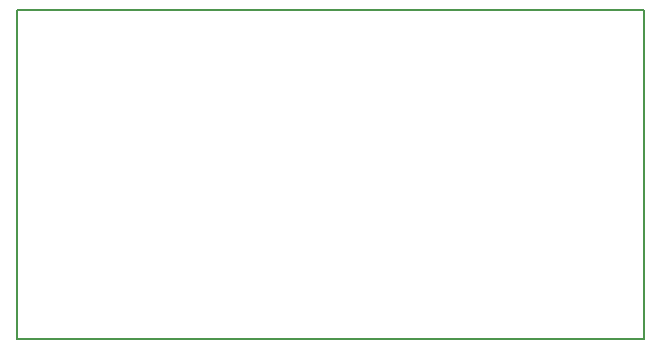
<source format=gbo>
G04 MADE WITH FRITZING*
G04 WWW.FRITZING.ORG*
G04 DOUBLE SIDED*
G04 HOLES PLATED*
G04 CONTOUR ON CENTER OF CONTOUR VECTOR*
%ASAXBY*%
%FSLAX23Y23*%
%MOIN*%
%OFA0B0*%
%SFA1.0B1.0*%
%ADD10R,2.097930X1.107440X2.081930X1.091440*%
%ADD11C,0.008000*%
%LNSILK0*%
G90*
G70*
G54D11*
X4Y1103D02*
X2094Y1103D01*
X2094Y4D01*
X4Y4D01*
X4Y1103D01*
D02*
G04 End of Silk0*
M02*
</source>
